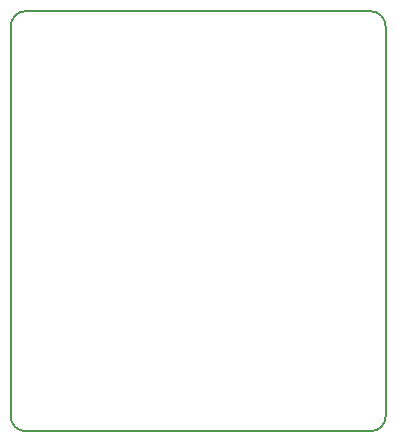
<source format=gko>
G04 Layer_Color=16711935*
%FSLAX25Y25*%
%MOIN*%
G70*
G01*
G75*
%ADD25C,0.00787*%
D25*
X440000Y235000D02*
G03*
X445000Y240000I0J5000D01*
G01*
Y370000D02*
G03*
X440000Y375000I-5000J0D01*
G01*
X325000D02*
G03*
X320000Y370000I0J-5000D01*
G01*
Y240000D02*
G03*
X325000Y235000I5000J0D01*
G01*
X440000D01*
X445000Y240000D02*
Y370000D01*
X325000Y375000D02*
X440000D01*
X320000Y240000D02*
Y370000D01*
M02*

</source>
